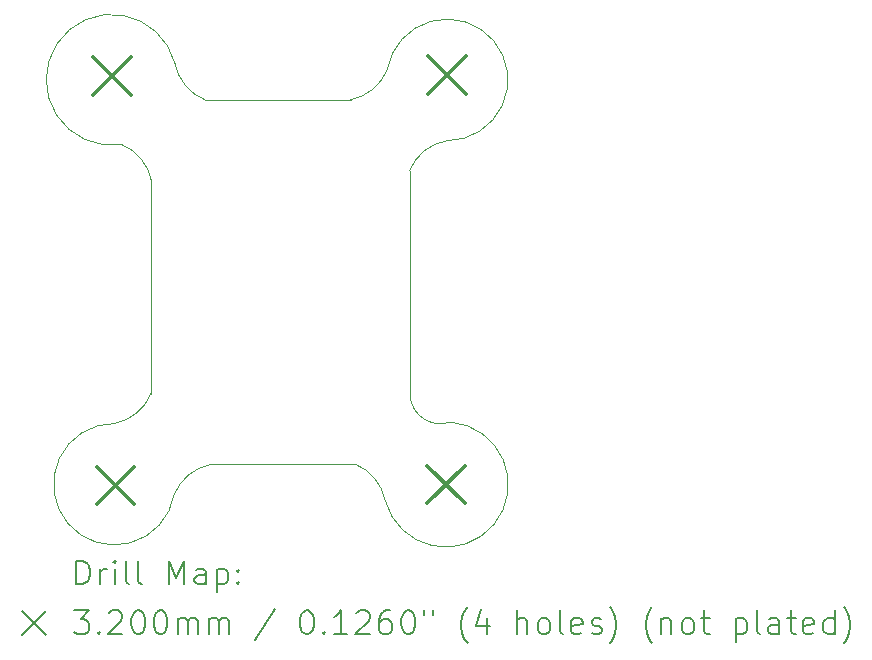
<source format=gbr>
%TF.GenerationSoftware,KiCad,Pcbnew,7.0.7*%
%TF.CreationDate,2023-10-16T17:51:25+02:00*%
%TF.ProjectId,bc546b-astable-multivibrator,62633534-3662-42d6-9173-7461626c652d,0*%
%TF.SameCoordinates,Original*%
%TF.FileFunction,Drillmap*%
%TF.FilePolarity,Positive*%
%FSLAX45Y45*%
G04 Gerber Fmt 4.5, Leading zero omitted, Abs format (unit mm)*
G04 Created by KiCad (PCBNEW 7.0.7) date 2023-10-16 17:51:25*
%MOMM*%
%LPD*%
G01*
G04 APERTURE LIST*
%ADD10C,0.100000*%
%ADD11C,0.200000*%
%ADD12C,0.320000*%
G04 APERTURE END LIST*
D10*
X8619370Y-6082203D02*
G75*
G03*
X8365630Y-5772933I-413740J-80727D01*
G01*
X8307986Y-8135638D02*
G75*
G03*
X8615024Y-7883430I-80746J411299D01*
G01*
X10598742Y-8789270D02*
G75*
G03*
X10345000Y-8480000I-413742J-80730D01*
G01*
X10598742Y-8789270D02*
G75*
G03*
X11147580Y-8123820I512152J136652D01*
G01*
X8817786Y-5086280D02*
G75*
G03*
X9071524Y-5395551I413734J80720D01*
G01*
X8615024Y-7883430D02*
X8619372Y-6082202D01*
X10807717Y-7899468D02*
G75*
G03*
X11147580Y-8123820I256523J18998D01*
G01*
X9071524Y-5395551D02*
X10306008Y-5394588D01*
X11122659Y-5741341D02*
G75*
G03*
X10615278Y-5140846I1J514601D01*
G01*
X10345000Y-8480000D02*
X9121273Y-8482385D01*
X8817548Y-5086342D02*
G75*
G03*
X8365630Y-5772933I-536024J-139209D01*
G01*
X9121272Y-8482381D02*
G75*
G03*
X8812003Y-8736127I80748J-413760D01*
G01*
X10306008Y-5394589D02*
G75*
G03*
X10615278Y-5140846I-80728J413739D01*
G01*
X11122660Y-5741344D02*
G75*
G03*
X10804453Y-5994444I67390J-411306D01*
G01*
X10804453Y-5994444D02*
X10807718Y-7899468D01*
X8307986Y-8135638D02*
G75*
G03*
X8812003Y-8736127I-3366J-514592D01*
G01*
D11*
D12*
X8123326Y-5031076D02*
X8443326Y-5351076D01*
X8443326Y-5031076D02*
X8123326Y-5351076D01*
X8154621Y-8500233D02*
X8474621Y-8820233D01*
X8474621Y-8500233D02*
X8154621Y-8820233D01*
X10950894Y-8492618D02*
X11270894Y-8812618D01*
X11270894Y-8492618D02*
X10950894Y-8812618D01*
X10964461Y-5022265D02*
X11284461Y-5342265D01*
X11284461Y-5022265D02*
X10964461Y-5342265D01*
D11*
X7983495Y-9499171D02*
X7983495Y-9299171D01*
X7983495Y-9299171D02*
X8031114Y-9299171D01*
X8031114Y-9299171D02*
X8059686Y-9308695D01*
X8059686Y-9308695D02*
X8078733Y-9327742D01*
X8078733Y-9327742D02*
X8088257Y-9346790D01*
X8088257Y-9346790D02*
X8097781Y-9384885D01*
X8097781Y-9384885D02*
X8097781Y-9413457D01*
X8097781Y-9413457D02*
X8088257Y-9451552D01*
X8088257Y-9451552D02*
X8078733Y-9470600D01*
X8078733Y-9470600D02*
X8059686Y-9489647D01*
X8059686Y-9489647D02*
X8031114Y-9499171D01*
X8031114Y-9499171D02*
X7983495Y-9499171D01*
X8183495Y-9499171D02*
X8183495Y-9365838D01*
X8183495Y-9403933D02*
X8193019Y-9384885D01*
X8193019Y-9384885D02*
X8202543Y-9375361D01*
X8202543Y-9375361D02*
X8221590Y-9365838D01*
X8221590Y-9365838D02*
X8240638Y-9365838D01*
X8307305Y-9499171D02*
X8307305Y-9365838D01*
X8307305Y-9299171D02*
X8297781Y-9308695D01*
X8297781Y-9308695D02*
X8307305Y-9318219D01*
X8307305Y-9318219D02*
X8316828Y-9308695D01*
X8316828Y-9308695D02*
X8307305Y-9299171D01*
X8307305Y-9299171D02*
X8307305Y-9318219D01*
X8431114Y-9499171D02*
X8412067Y-9489647D01*
X8412067Y-9489647D02*
X8402543Y-9470600D01*
X8402543Y-9470600D02*
X8402543Y-9299171D01*
X8535876Y-9499171D02*
X8516829Y-9489647D01*
X8516829Y-9489647D02*
X8507305Y-9470600D01*
X8507305Y-9470600D02*
X8507305Y-9299171D01*
X8764448Y-9499171D02*
X8764448Y-9299171D01*
X8764448Y-9299171D02*
X8831114Y-9442028D01*
X8831114Y-9442028D02*
X8897781Y-9299171D01*
X8897781Y-9299171D02*
X8897781Y-9499171D01*
X9078733Y-9499171D02*
X9078733Y-9394409D01*
X9078733Y-9394409D02*
X9069210Y-9375361D01*
X9069210Y-9375361D02*
X9050162Y-9365838D01*
X9050162Y-9365838D02*
X9012067Y-9365838D01*
X9012067Y-9365838D02*
X8993019Y-9375361D01*
X9078733Y-9489647D02*
X9059686Y-9499171D01*
X9059686Y-9499171D02*
X9012067Y-9499171D01*
X9012067Y-9499171D02*
X8993019Y-9489647D01*
X8993019Y-9489647D02*
X8983495Y-9470600D01*
X8983495Y-9470600D02*
X8983495Y-9451552D01*
X8983495Y-9451552D02*
X8993019Y-9432504D01*
X8993019Y-9432504D02*
X9012067Y-9422981D01*
X9012067Y-9422981D02*
X9059686Y-9422981D01*
X9059686Y-9422981D02*
X9078733Y-9413457D01*
X9173971Y-9365838D02*
X9173971Y-9565838D01*
X9173971Y-9375361D02*
X9193019Y-9365838D01*
X9193019Y-9365838D02*
X9231114Y-9365838D01*
X9231114Y-9365838D02*
X9250162Y-9375361D01*
X9250162Y-9375361D02*
X9259686Y-9384885D01*
X9259686Y-9384885D02*
X9269210Y-9403933D01*
X9269210Y-9403933D02*
X9269210Y-9461076D01*
X9269210Y-9461076D02*
X9259686Y-9480123D01*
X9259686Y-9480123D02*
X9250162Y-9489647D01*
X9250162Y-9489647D02*
X9231114Y-9499171D01*
X9231114Y-9499171D02*
X9193019Y-9499171D01*
X9193019Y-9499171D02*
X9173971Y-9489647D01*
X9354924Y-9480123D02*
X9364448Y-9489647D01*
X9364448Y-9489647D02*
X9354924Y-9499171D01*
X9354924Y-9499171D02*
X9345400Y-9489647D01*
X9345400Y-9489647D02*
X9354924Y-9480123D01*
X9354924Y-9480123D02*
X9354924Y-9499171D01*
X9354924Y-9375361D02*
X9364448Y-9384885D01*
X9364448Y-9384885D02*
X9354924Y-9394409D01*
X9354924Y-9394409D02*
X9345400Y-9384885D01*
X9345400Y-9384885D02*
X9354924Y-9375361D01*
X9354924Y-9375361D02*
X9354924Y-9394409D01*
X7522718Y-9727687D02*
X7722718Y-9927687D01*
X7722718Y-9727687D02*
X7522718Y-9927687D01*
X7964448Y-9719171D02*
X8088257Y-9719171D01*
X8088257Y-9719171D02*
X8021590Y-9795361D01*
X8021590Y-9795361D02*
X8050162Y-9795361D01*
X8050162Y-9795361D02*
X8069209Y-9804885D01*
X8069209Y-9804885D02*
X8078733Y-9814409D01*
X8078733Y-9814409D02*
X8088257Y-9833457D01*
X8088257Y-9833457D02*
X8088257Y-9881076D01*
X8088257Y-9881076D02*
X8078733Y-9900123D01*
X8078733Y-9900123D02*
X8069209Y-9909647D01*
X8069209Y-9909647D02*
X8050162Y-9919171D01*
X8050162Y-9919171D02*
X7993019Y-9919171D01*
X7993019Y-9919171D02*
X7973971Y-9909647D01*
X7973971Y-9909647D02*
X7964448Y-9900123D01*
X8173971Y-9900123D02*
X8183495Y-9909647D01*
X8183495Y-9909647D02*
X8173971Y-9919171D01*
X8173971Y-9919171D02*
X8164448Y-9909647D01*
X8164448Y-9909647D02*
X8173971Y-9900123D01*
X8173971Y-9900123D02*
X8173971Y-9919171D01*
X8259686Y-9738219D02*
X8269209Y-9728695D01*
X8269209Y-9728695D02*
X8288257Y-9719171D01*
X8288257Y-9719171D02*
X8335876Y-9719171D01*
X8335876Y-9719171D02*
X8354924Y-9728695D01*
X8354924Y-9728695D02*
X8364448Y-9738219D01*
X8364448Y-9738219D02*
X8373971Y-9757266D01*
X8373971Y-9757266D02*
X8373971Y-9776314D01*
X8373971Y-9776314D02*
X8364448Y-9804885D01*
X8364448Y-9804885D02*
X8250162Y-9919171D01*
X8250162Y-9919171D02*
X8373971Y-9919171D01*
X8497781Y-9719171D02*
X8516829Y-9719171D01*
X8516829Y-9719171D02*
X8535876Y-9728695D01*
X8535876Y-9728695D02*
X8545400Y-9738219D01*
X8545400Y-9738219D02*
X8554924Y-9757266D01*
X8554924Y-9757266D02*
X8564448Y-9795361D01*
X8564448Y-9795361D02*
X8564448Y-9842981D01*
X8564448Y-9842981D02*
X8554924Y-9881076D01*
X8554924Y-9881076D02*
X8545400Y-9900123D01*
X8545400Y-9900123D02*
X8535876Y-9909647D01*
X8535876Y-9909647D02*
X8516829Y-9919171D01*
X8516829Y-9919171D02*
X8497781Y-9919171D01*
X8497781Y-9919171D02*
X8478733Y-9909647D01*
X8478733Y-9909647D02*
X8469210Y-9900123D01*
X8469210Y-9900123D02*
X8459686Y-9881076D01*
X8459686Y-9881076D02*
X8450162Y-9842981D01*
X8450162Y-9842981D02*
X8450162Y-9795361D01*
X8450162Y-9795361D02*
X8459686Y-9757266D01*
X8459686Y-9757266D02*
X8469210Y-9738219D01*
X8469210Y-9738219D02*
X8478733Y-9728695D01*
X8478733Y-9728695D02*
X8497781Y-9719171D01*
X8688257Y-9719171D02*
X8707305Y-9719171D01*
X8707305Y-9719171D02*
X8726352Y-9728695D01*
X8726352Y-9728695D02*
X8735876Y-9738219D01*
X8735876Y-9738219D02*
X8745400Y-9757266D01*
X8745400Y-9757266D02*
X8754924Y-9795361D01*
X8754924Y-9795361D02*
X8754924Y-9842981D01*
X8754924Y-9842981D02*
X8745400Y-9881076D01*
X8745400Y-9881076D02*
X8735876Y-9900123D01*
X8735876Y-9900123D02*
X8726352Y-9909647D01*
X8726352Y-9909647D02*
X8707305Y-9919171D01*
X8707305Y-9919171D02*
X8688257Y-9919171D01*
X8688257Y-9919171D02*
X8669210Y-9909647D01*
X8669210Y-9909647D02*
X8659686Y-9900123D01*
X8659686Y-9900123D02*
X8650162Y-9881076D01*
X8650162Y-9881076D02*
X8640638Y-9842981D01*
X8640638Y-9842981D02*
X8640638Y-9795361D01*
X8640638Y-9795361D02*
X8650162Y-9757266D01*
X8650162Y-9757266D02*
X8659686Y-9738219D01*
X8659686Y-9738219D02*
X8669210Y-9728695D01*
X8669210Y-9728695D02*
X8688257Y-9719171D01*
X8840638Y-9919171D02*
X8840638Y-9785838D01*
X8840638Y-9804885D02*
X8850162Y-9795361D01*
X8850162Y-9795361D02*
X8869210Y-9785838D01*
X8869210Y-9785838D02*
X8897781Y-9785838D01*
X8897781Y-9785838D02*
X8916829Y-9795361D01*
X8916829Y-9795361D02*
X8926352Y-9814409D01*
X8926352Y-9814409D02*
X8926352Y-9919171D01*
X8926352Y-9814409D02*
X8935876Y-9795361D01*
X8935876Y-9795361D02*
X8954924Y-9785838D01*
X8954924Y-9785838D02*
X8983495Y-9785838D01*
X8983495Y-9785838D02*
X9002543Y-9795361D01*
X9002543Y-9795361D02*
X9012067Y-9814409D01*
X9012067Y-9814409D02*
X9012067Y-9919171D01*
X9107305Y-9919171D02*
X9107305Y-9785838D01*
X9107305Y-9804885D02*
X9116829Y-9795361D01*
X9116829Y-9795361D02*
X9135876Y-9785838D01*
X9135876Y-9785838D02*
X9164448Y-9785838D01*
X9164448Y-9785838D02*
X9183495Y-9795361D01*
X9183495Y-9795361D02*
X9193019Y-9814409D01*
X9193019Y-9814409D02*
X9193019Y-9919171D01*
X9193019Y-9814409D02*
X9202543Y-9795361D01*
X9202543Y-9795361D02*
X9221591Y-9785838D01*
X9221591Y-9785838D02*
X9250162Y-9785838D01*
X9250162Y-9785838D02*
X9269210Y-9795361D01*
X9269210Y-9795361D02*
X9278733Y-9814409D01*
X9278733Y-9814409D02*
X9278733Y-9919171D01*
X9669210Y-9709647D02*
X9497781Y-9966790D01*
X9926353Y-9719171D02*
X9945400Y-9719171D01*
X9945400Y-9719171D02*
X9964448Y-9728695D01*
X9964448Y-9728695D02*
X9973972Y-9738219D01*
X9973972Y-9738219D02*
X9983495Y-9757266D01*
X9983495Y-9757266D02*
X9993019Y-9795361D01*
X9993019Y-9795361D02*
X9993019Y-9842981D01*
X9993019Y-9842981D02*
X9983495Y-9881076D01*
X9983495Y-9881076D02*
X9973972Y-9900123D01*
X9973972Y-9900123D02*
X9964448Y-9909647D01*
X9964448Y-9909647D02*
X9945400Y-9919171D01*
X9945400Y-9919171D02*
X9926353Y-9919171D01*
X9926353Y-9919171D02*
X9907305Y-9909647D01*
X9907305Y-9909647D02*
X9897781Y-9900123D01*
X9897781Y-9900123D02*
X9888257Y-9881076D01*
X9888257Y-9881076D02*
X9878734Y-9842981D01*
X9878734Y-9842981D02*
X9878734Y-9795361D01*
X9878734Y-9795361D02*
X9888257Y-9757266D01*
X9888257Y-9757266D02*
X9897781Y-9738219D01*
X9897781Y-9738219D02*
X9907305Y-9728695D01*
X9907305Y-9728695D02*
X9926353Y-9719171D01*
X10078734Y-9900123D02*
X10088257Y-9909647D01*
X10088257Y-9909647D02*
X10078734Y-9919171D01*
X10078734Y-9919171D02*
X10069210Y-9909647D01*
X10069210Y-9909647D02*
X10078734Y-9900123D01*
X10078734Y-9900123D02*
X10078734Y-9919171D01*
X10278734Y-9919171D02*
X10164448Y-9919171D01*
X10221591Y-9919171D02*
X10221591Y-9719171D01*
X10221591Y-9719171D02*
X10202543Y-9747742D01*
X10202543Y-9747742D02*
X10183495Y-9766790D01*
X10183495Y-9766790D02*
X10164448Y-9776314D01*
X10354924Y-9738219D02*
X10364448Y-9728695D01*
X10364448Y-9728695D02*
X10383495Y-9719171D01*
X10383495Y-9719171D02*
X10431115Y-9719171D01*
X10431115Y-9719171D02*
X10450162Y-9728695D01*
X10450162Y-9728695D02*
X10459686Y-9738219D01*
X10459686Y-9738219D02*
X10469210Y-9757266D01*
X10469210Y-9757266D02*
X10469210Y-9776314D01*
X10469210Y-9776314D02*
X10459686Y-9804885D01*
X10459686Y-9804885D02*
X10345400Y-9919171D01*
X10345400Y-9919171D02*
X10469210Y-9919171D01*
X10640638Y-9719171D02*
X10602543Y-9719171D01*
X10602543Y-9719171D02*
X10583495Y-9728695D01*
X10583495Y-9728695D02*
X10573972Y-9738219D01*
X10573972Y-9738219D02*
X10554924Y-9766790D01*
X10554924Y-9766790D02*
X10545400Y-9804885D01*
X10545400Y-9804885D02*
X10545400Y-9881076D01*
X10545400Y-9881076D02*
X10554924Y-9900123D01*
X10554924Y-9900123D02*
X10564448Y-9909647D01*
X10564448Y-9909647D02*
X10583495Y-9919171D01*
X10583495Y-9919171D02*
X10621591Y-9919171D01*
X10621591Y-9919171D02*
X10640638Y-9909647D01*
X10640638Y-9909647D02*
X10650162Y-9900123D01*
X10650162Y-9900123D02*
X10659686Y-9881076D01*
X10659686Y-9881076D02*
X10659686Y-9833457D01*
X10659686Y-9833457D02*
X10650162Y-9814409D01*
X10650162Y-9814409D02*
X10640638Y-9804885D01*
X10640638Y-9804885D02*
X10621591Y-9795361D01*
X10621591Y-9795361D02*
X10583495Y-9795361D01*
X10583495Y-9795361D02*
X10564448Y-9804885D01*
X10564448Y-9804885D02*
X10554924Y-9814409D01*
X10554924Y-9814409D02*
X10545400Y-9833457D01*
X10783495Y-9719171D02*
X10802543Y-9719171D01*
X10802543Y-9719171D02*
X10821591Y-9728695D01*
X10821591Y-9728695D02*
X10831115Y-9738219D01*
X10831115Y-9738219D02*
X10840638Y-9757266D01*
X10840638Y-9757266D02*
X10850162Y-9795361D01*
X10850162Y-9795361D02*
X10850162Y-9842981D01*
X10850162Y-9842981D02*
X10840638Y-9881076D01*
X10840638Y-9881076D02*
X10831115Y-9900123D01*
X10831115Y-9900123D02*
X10821591Y-9909647D01*
X10821591Y-9909647D02*
X10802543Y-9919171D01*
X10802543Y-9919171D02*
X10783495Y-9919171D01*
X10783495Y-9919171D02*
X10764448Y-9909647D01*
X10764448Y-9909647D02*
X10754924Y-9900123D01*
X10754924Y-9900123D02*
X10745400Y-9881076D01*
X10745400Y-9881076D02*
X10735876Y-9842981D01*
X10735876Y-9842981D02*
X10735876Y-9795361D01*
X10735876Y-9795361D02*
X10745400Y-9757266D01*
X10745400Y-9757266D02*
X10754924Y-9738219D01*
X10754924Y-9738219D02*
X10764448Y-9728695D01*
X10764448Y-9728695D02*
X10783495Y-9719171D01*
X10926353Y-9719171D02*
X10926353Y-9757266D01*
X11002543Y-9719171D02*
X11002543Y-9757266D01*
X11297781Y-9995361D02*
X11288257Y-9985838D01*
X11288257Y-9985838D02*
X11269210Y-9957266D01*
X11269210Y-9957266D02*
X11259686Y-9938219D01*
X11259686Y-9938219D02*
X11250162Y-9909647D01*
X11250162Y-9909647D02*
X11240638Y-9862028D01*
X11240638Y-9862028D02*
X11240638Y-9823933D01*
X11240638Y-9823933D02*
X11250162Y-9776314D01*
X11250162Y-9776314D02*
X11259686Y-9747742D01*
X11259686Y-9747742D02*
X11269210Y-9728695D01*
X11269210Y-9728695D02*
X11288257Y-9700123D01*
X11288257Y-9700123D02*
X11297781Y-9690600D01*
X11459686Y-9785838D02*
X11459686Y-9919171D01*
X11412067Y-9709647D02*
X11364448Y-9852504D01*
X11364448Y-9852504D02*
X11488257Y-9852504D01*
X11716829Y-9919171D02*
X11716829Y-9719171D01*
X11802543Y-9919171D02*
X11802543Y-9814409D01*
X11802543Y-9814409D02*
X11793019Y-9795361D01*
X11793019Y-9795361D02*
X11773972Y-9785838D01*
X11773972Y-9785838D02*
X11745400Y-9785838D01*
X11745400Y-9785838D02*
X11726353Y-9795361D01*
X11726353Y-9795361D02*
X11716829Y-9804885D01*
X11926353Y-9919171D02*
X11907305Y-9909647D01*
X11907305Y-9909647D02*
X11897781Y-9900123D01*
X11897781Y-9900123D02*
X11888257Y-9881076D01*
X11888257Y-9881076D02*
X11888257Y-9823933D01*
X11888257Y-9823933D02*
X11897781Y-9804885D01*
X11897781Y-9804885D02*
X11907305Y-9795361D01*
X11907305Y-9795361D02*
X11926353Y-9785838D01*
X11926353Y-9785838D02*
X11954924Y-9785838D01*
X11954924Y-9785838D02*
X11973972Y-9795361D01*
X11973972Y-9795361D02*
X11983496Y-9804885D01*
X11983496Y-9804885D02*
X11993019Y-9823933D01*
X11993019Y-9823933D02*
X11993019Y-9881076D01*
X11993019Y-9881076D02*
X11983496Y-9900123D01*
X11983496Y-9900123D02*
X11973972Y-9909647D01*
X11973972Y-9909647D02*
X11954924Y-9919171D01*
X11954924Y-9919171D02*
X11926353Y-9919171D01*
X12107305Y-9919171D02*
X12088257Y-9909647D01*
X12088257Y-9909647D02*
X12078734Y-9890600D01*
X12078734Y-9890600D02*
X12078734Y-9719171D01*
X12259686Y-9909647D02*
X12240638Y-9919171D01*
X12240638Y-9919171D02*
X12202543Y-9919171D01*
X12202543Y-9919171D02*
X12183496Y-9909647D01*
X12183496Y-9909647D02*
X12173972Y-9890600D01*
X12173972Y-9890600D02*
X12173972Y-9814409D01*
X12173972Y-9814409D02*
X12183496Y-9795361D01*
X12183496Y-9795361D02*
X12202543Y-9785838D01*
X12202543Y-9785838D02*
X12240638Y-9785838D01*
X12240638Y-9785838D02*
X12259686Y-9795361D01*
X12259686Y-9795361D02*
X12269210Y-9814409D01*
X12269210Y-9814409D02*
X12269210Y-9833457D01*
X12269210Y-9833457D02*
X12173972Y-9852504D01*
X12345400Y-9909647D02*
X12364448Y-9919171D01*
X12364448Y-9919171D02*
X12402543Y-9919171D01*
X12402543Y-9919171D02*
X12421591Y-9909647D01*
X12421591Y-9909647D02*
X12431115Y-9890600D01*
X12431115Y-9890600D02*
X12431115Y-9881076D01*
X12431115Y-9881076D02*
X12421591Y-9862028D01*
X12421591Y-9862028D02*
X12402543Y-9852504D01*
X12402543Y-9852504D02*
X12373972Y-9852504D01*
X12373972Y-9852504D02*
X12354924Y-9842981D01*
X12354924Y-9842981D02*
X12345400Y-9823933D01*
X12345400Y-9823933D02*
X12345400Y-9814409D01*
X12345400Y-9814409D02*
X12354924Y-9795361D01*
X12354924Y-9795361D02*
X12373972Y-9785838D01*
X12373972Y-9785838D02*
X12402543Y-9785838D01*
X12402543Y-9785838D02*
X12421591Y-9795361D01*
X12497781Y-9995361D02*
X12507305Y-9985838D01*
X12507305Y-9985838D02*
X12526353Y-9957266D01*
X12526353Y-9957266D02*
X12535877Y-9938219D01*
X12535877Y-9938219D02*
X12545400Y-9909647D01*
X12545400Y-9909647D02*
X12554924Y-9862028D01*
X12554924Y-9862028D02*
X12554924Y-9823933D01*
X12554924Y-9823933D02*
X12545400Y-9776314D01*
X12545400Y-9776314D02*
X12535877Y-9747742D01*
X12535877Y-9747742D02*
X12526353Y-9728695D01*
X12526353Y-9728695D02*
X12507305Y-9700123D01*
X12507305Y-9700123D02*
X12497781Y-9690600D01*
X12859686Y-9995361D02*
X12850162Y-9985838D01*
X12850162Y-9985838D02*
X12831115Y-9957266D01*
X12831115Y-9957266D02*
X12821591Y-9938219D01*
X12821591Y-9938219D02*
X12812067Y-9909647D01*
X12812067Y-9909647D02*
X12802543Y-9862028D01*
X12802543Y-9862028D02*
X12802543Y-9823933D01*
X12802543Y-9823933D02*
X12812067Y-9776314D01*
X12812067Y-9776314D02*
X12821591Y-9747742D01*
X12821591Y-9747742D02*
X12831115Y-9728695D01*
X12831115Y-9728695D02*
X12850162Y-9700123D01*
X12850162Y-9700123D02*
X12859686Y-9690600D01*
X12935877Y-9785838D02*
X12935877Y-9919171D01*
X12935877Y-9804885D02*
X12945400Y-9795361D01*
X12945400Y-9795361D02*
X12964448Y-9785838D01*
X12964448Y-9785838D02*
X12993019Y-9785838D01*
X12993019Y-9785838D02*
X13012067Y-9795361D01*
X13012067Y-9795361D02*
X13021591Y-9814409D01*
X13021591Y-9814409D02*
X13021591Y-9919171D01*
X13145400Y-9919171D02*
X13126353Y-9909647D01*
X13126353Y-9909647D02*
X13116829Y-9900123D01*
X13116829Y-9900123D02*
X13107305Y-9881076D01*
X13107305Y-9881076D02*
X13107305Y-9823933D01*
X13107305Y-9823933D02*
X13116829Y-9804885D01*
X13116829Y-9804885D02*
X13126353Y-9795361D01*
X13126353Y-9795361D02*
X13145400Y-9785838D01*
X13145400Y-9785838D02*
X13173972Y-9785838D01*
X13173972Y-9785838D02*
X13193019Y-9795361D01*
X13193019Y-9795361D02*
X13202543Y-9804885D01*
X13202543Y-9804885D02*
X13212067Y-9823933D01*
X13212067Y-9823933D02*
X13212067Y-9881076D01*
X13212067Y-9881076D02*
X13202543Y-9900123D01*
X13202543Y-9900123D02*
X13193019Y-9909647D01*
X13193019Y-9909647D02*
X13173972Y-9919171D01*
X13173972Y-9919171D02*
X13145400Y-9919171D01*
X13269210Y-9785838D02*
X13345400Y-9785838D01*
X13297781Y-9719171D02*
X13297781Y-9890600D01*
X13297781Y-9890600D02*
X13307305Y-9909647D01*
X13307305Y-9909647D02*
X13326353Y-9919171D01*
X13326353Y-9919171D02*
X13345400Y-9919171D01*
X13564448Y-9785838D02*
X13564448Y-9985838D01*
X13564448Y-9795361D02*
X13583496Y-9785838D01*
X13583496Y-9785838D02*
X13621591Y-9785838D01*
X13621591Y-9785838D02*
X13640639Y-9795361D01*
X13640639Y-9795361D02*
X13650162Y-9804885D01*
X13650162Y-9804885D02*
X13659686Y-9823933D01*
X13659686Y-9823933D02*
X13659686Y-9881076D01*
X13659686Y-9881076D02*
X13650162Y-9900123D01*
X13650162Y-9900123D02*
X13640639Y-9909647D01*
X13640639Y-9909647D02*
X13621591Y-9919171D01*
X13621591Y-9919171D02*
X13583496Y-9919171D01*
X13583496Y-9919171D02*
X13564448Y-9909647D01*
X13773972Y-9919171D02*
X13754924Y-9909647D01*
X13754924Y-9909647D02*
X13745400Y-9890600D01*
X13745400Y-9890600D02*
X13745400Y-9719171D01*
X13935877Y-9919171D02*
X13935877Y-9814409D01*
X13935877Y-9814409D02*
X13926353Y-9795361D01*
X13926353Y-9795361D02*
X13907305Y-9785838D01*
X13907305Y-9785838D02*
X13869210Y-9785838D01*
X13869210Y-9785838D02*
X13850162Y-9795361D01*
X13935877Y-9909647D02*
X13916829Y-9919171D01*
X13916829Y-9919171D02*
X13869210Y-9919171D01*
X13869210Y-9919171D02*
X13850162Y-9909647D01*
X13850162Y-9909647D02*
X13840639Y-9890600D01*
X13840639Y-9890600D02*
X13840639Y-9871552D01*
X13840639Y-9871552D02*
X13850162Y-9852504D01*
X13850162Y-9852504D02*
X13869210Y-9842981D01*
X13869210Y-9842981D02*
X13916829Y-9842981D01*
X13916829Y-9842981D02*
X13935877Y-9833457D01*
X14002543Y-9785838D02*
X14078734Y-9785838D01*
X14031115Y-9719171D02*
X14031115Y-9890600D01*
X14031115Y-9890600D02*
X14040639Y-9909647D01*
X14040639Y-9909647D02*
X14059686Y-9919171D01*
X14059686Y-9919171D02*
X14078734Y-9919171D01*
X14221591Y-9909647D02*
X14202543Y-9919171D01*
X14202543Y-9919171D02*
X14164448Y-9919171D01*
X14164448Y-9919171D02*
X14145400Y-9909647D01*
X14145400Y-9909647D02*
X14135877Y-9890600D01*
X14135877Y-9890600D02*
X14135877Y-9814409D01*
X14135877Y-9814409D02*
X14145400Y-9795361D01*
X14145400Y-9795361D02*
X14164448Y-9785838D01*
X14164448Y-9785838D02*
X14202543Y-9785838D01*
X14202543Y-9785838D02*
X14221591Y-9795361D01*
X14221591Y-9795361D02*
X14231115Y-9814409D01*
X14231115Y-9814409D02*
X14231115Y-9833457D01*
X14231115Y-9833457D02*
X14135877Y-9852504D01*
X14402543Y-9919171D02*
X14402543Y-9719171D01*
X14402543Y-9909647D02*
X14383496Y-9919171D01*
X14383496Y-9919171D02*
X14345400Y-9919171D01*
X14345400Y-9919171D02*
X14326353Y-9909647D01*
X14326353Y-9909647D02*
X14316829Y-9900123D01*
X14316829Y-9900123D02*
X14307305Y-9881076D01*
X14307305Y-9881076D02*
X14307305Y-9823933D01*
X14307305Y-9823933D02*
X14316829Y-9804885D01*
X14316829Y-9804885D02*
X14326353Y-9795361D01*
X14326353Y-9795361D02*
X14345400Y-9785838D01*
X14345400Y-9785838D02*
X14383496Y-9785838D01*
X14383496Y-9785838D02*
X14402543Y-9795361D01*
X14478734Y-9995361D02*
X14488258Y-9985838D01*
X14488258Y-9985838D02*
X14507305Y-9957266D01*
X14507305Y-9957266D02*
X14516829Y-9938219D01*
X14516829Y-9938219D02*
X14526353Y-9909647D01*
X14526353Y-9909647D02*
X14535877Y-9862028D01*
X14535877Y-9862028D02*
X14535877Y-9823933D01*
X14535877Y-9823933D02*
X14526353Y-9776314D01*
X14526353Y-9776314D02*
X14516829Y-9747742D01*
X14516829Y-9747742D02*
X14507305Y-9728695D01*
X14507305Y-9728695D02*
X14488258Y-9700123D01*
X14488258Y-9700123D02*
X14478734Y-9690600D01*
M02*

</source>
